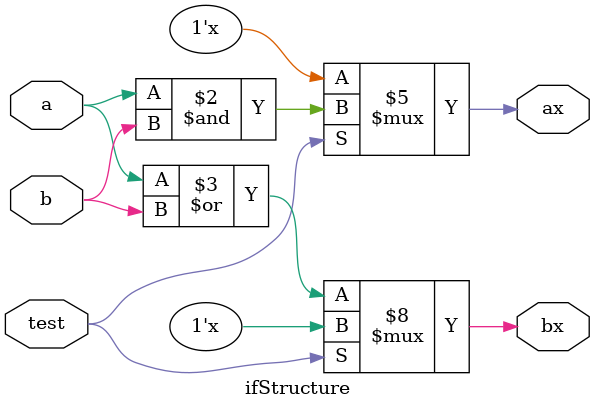
<source format=v>
module ifStructure (
    input a,b,test,
    output reg ax,bx
);
    always @(*) begin
        if (test) begin
            ax = a & b;
        end
        else begin
            bx = a | b;
        end
    end
endmodule
</source>
